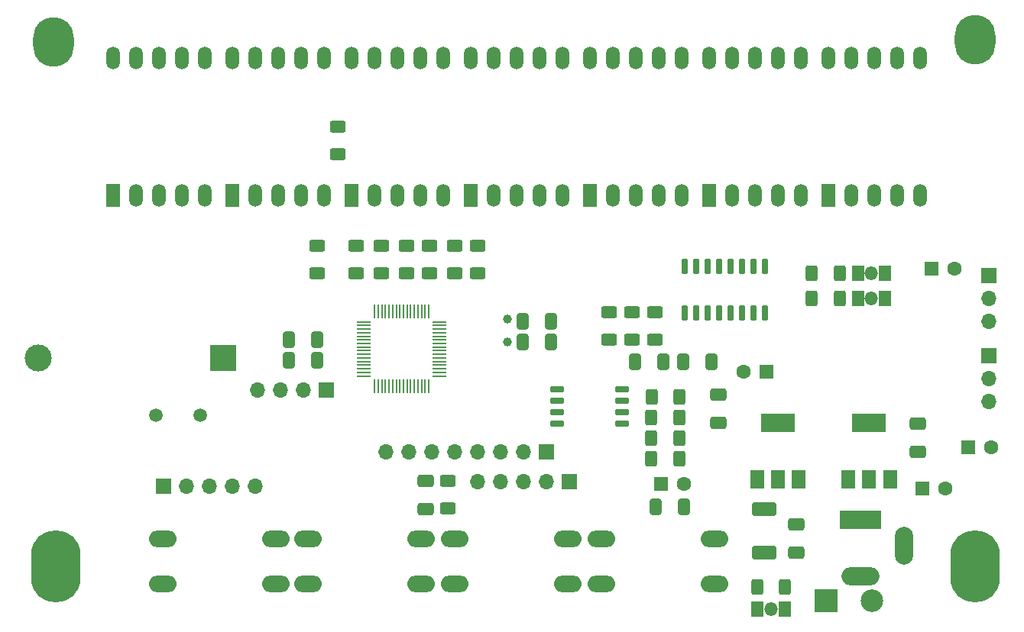
<source format=gbr>
%TF.GenerationSoftware,KiCad,Pcbnew,7.0.2*%
%TF.CreationDate,2024-03-07T11:00:20+05:30*%
%TF.ProjectId,HI-2401,48492d32-3430-4312-9e6b-696361645f70,rev?*%
%TF.SameCoordinates,Original*%
%TF.FileFunction,Soldermask,Bot*%
%TF.FilePolarity,Negative*%
%FSLAX46Y46*%
G04 Gerber Fmt 4.6, Leading zero omitted, Abs format (unit mm)*
G04 Created by KiCad (PCBNEW 7.0.2) date 2024-03-07 11:00:20*
%MOMM*%
%LPD*%
G01*
G04 APERTURE LIST*
G04 Aperture macros list*
%AMRoundRect*
0 Rectangle with rounded corners*
0 $1 Rounding radius*
0 $2 $3 $4 $5 $6 $7 $8 $9 X,Y pos of 4 corners*
0 Add a 4 corners polygon primitive as box body*
4,1,4,$2,$3,$4,$5,$6,$7,$8,$9,$2,$3,0*
0 Add four circle primitives for the rounded corners*
1,1,$1+$1,$2,$3*
1,1,$1+$1,$4,$5*
1,1,$1+$1,$6,$7*
1,1,$1+$1,$8,$9*
0 Add four rect primitives between the rounded corners*
20,1,$1+$1,$2,$3,$4,$5,0*
20,1,$1+$1,$4,$5,$6,$7,0*
20,1,$1+$1,$6,$7,$8,$9,0*
20,1,$1+$1,$8,$9,$2,$3,0*%
G04 Aperture macros list end*
%ADD10R,1.600000X1.600000*%
%ADD11C,1.600000*%
%ADD12R,1.700000X1.700000*%
%ADD13O,1.700000X1.700000*%
%ADD14O,3.048000X1.850000*%
%ADD15R,1.524000X2.524000*%
%ADD16O,1.524000X2.524000*%
%ADD17C,1.000000*%
%ADD18O,4.500000X5.500000*%
%ADD19O,1.500000X1.500000*%
%ADD20O,5.500000X8.000000*%
%ADD21R,2.500000X2.500000*%
%ADD22C,2.500000*%
%ADD23R,4.600000X2.000000*%
%ADD24O,4.200000X2.000000*%
%ADD25O,2.000000X4.200000*%
%ADD26C,1.500000*%
%ADD27RoundRect,0.250000X0.400000X0.625000X-0.400000X0.625000X-0.400000X-0.625000X0.400000X-0.625000X0*%
%ADD28RoundRect,0.062500X-0.062500X0.687500X-0.062500X-0.687500X0.062500X-0.687500X0.062500X0.687500X0*%
%ADD29RoundRect,0.062500X-0.687500X0.062500X-0.687500X-0.062500X0.687500X-0.062500X0.687500X0.062500X0*%
%ADD30RoundRect,0.250000X0.625000X-0.400000X0.625000X0.400000X-0.625000X0.400000X-0.625000X-0.400000X0*%
%ADD31RoundRect,0.250001X-0.462499X-0.624999X0.462499X-0.624999X0.462499X0.624999X-0.462499X0.624999X0*%
%ADD32RoundRect,0.250000X0.412500X0.650000X-0.412500X0.650000X-0.412500X-0.650000X0.412500X-0.650000X0*%
%ADD33RoundRect,0.250000X-1.100000X0.500000X-1.100000X-0.500000X1.100000X-0.500000X1.100000X0.500000X0*%
%ADD34RoundRect,0.250000X0.650000X-0.412500X0.650000X0.412500X-0.650000X0.412500X-0.650000X-0.412500X0*%
%ADD35RoundRect,0.150000X0.150000X-0.725000X0.150000X0.725000X-0.150000X0.725000X-0.150000X-0.725000X0*%
%ADD36R,1.500000X2.000000*%
%ADD37R,3.800000X2.000000*%
%ADD38RoundRect,0.250000X-0.412500X-0.650000X0.412500X-0.650000X0.412500X0.650000X-0.412500X0.650000X0*%
%ADD39R,3.000000X3.000000*%
%ADD40C,3.000000*%
%ADD41RoundRect,0.150000X0.650000X0.150000X-0.650000X0.150000X-0.650000X-0.150000X0.650000X-0.150000X0*%
%ADD42RoundRect,0.250001X0.462499X0.624999X-0.462499X0.624999X-0.462499X-0.624999X0.462499X-0.624999X0*%
%ADD43RoundRect,0.250000X-0.650000X0.412500X-0.650000X-0.412500X0.650000X-0.412500X0.650000X0.412500X0*%
G04 APERTURE END LIST*
D10*
%TO.C,C15*%
X126556888Y-68072000D03*
D11*
X129056888Y-68072000D03*
%TD*%
D12*
%TO.C,J2*%
X55372000Y-61722000D03*
D13*
X52832000Y-61722000D03*
X50292000Y-61722000D03*
X47752000Y-61722000D03*
%TD*%
D14*
%TO.C,SW1*%
X49791500Y-83180000D03*
X37291500Y-83180000D03*
X49791500Y-78180000D03*
X37291500Y-78180000D03*
%TD*%
D12*
%TO.C,J4*%
X79756000Y-68580000D03*
D13*
X77216000Y-68580000D03*
X74676000Y-68580000D03*
X72136000Y-68580000D03*
X69596000Y-68580000D03*
X67056000Y-68580000D03*
X64516000Y-68580000D03*
X61976000Y-68580000D03*
%TD*%
D15*
%TO.C,AFF1*%
X110998000Y-40132000D03*
D16*
X113538000Y-40132000D03*
X116078000Y-40132000D03*
X118618000Y-40132000D03*
X121158000Y-40132000D03*
X121158000Y-24892000D03*
X118618000Y-24892000D03*
X116078000Y-24892000D03*
X113538000Y-24892000D03*
X110998000Y-24892000D03*
%TD*%
D14*
%TO.C,SW4*%
X98415500Y-83180000D03*
X85915500Y-83180000D03*
X98415500Y-78180000D03*
X85915500Y-78180000D03*
%TD*%
D10*
%TO.C,C9*%
X122468000Y-48260000D03*
D11*
X124968000Y-48260000D03*
%TD*%
D17*
%TO.C,Y2*%
X75438000Y-56418000D03*
X75438000Y-53878000D03*
%TD*%
D15*
%TO.C,AFF6*%
X44958000Y-40132000D03*
D16*
X47498000Y-40132000D03*
X50038000Y-40132000D03*
X52578000Y-40132000D03*
X55118000Y-40132000D03*
X55118000Y-24892000D03*
X52578000Y-24892000D03*
X50038000Y-24892000D03*
X47498000Y-24892000D03*
X44958000Y-24892000D03*
%TD*%
D12*
%TO.C,J1*%
X37338000Y-72390000D03*
D13*
X39878000Y-72390000D03*
X42418000Y-72390000D03*
X44958000Y-72390000D03*
X47498000Y-72390000D03*
%TD*%
D10*
%TO.C,C19*%
X104140000Y-59690000D03*
D11*
X101640000Y-59690000D03*
%TD*%
D15*
%TO.C,AFF7*%
X31750000Y-40132000D03*
D16*
X34290000Y-40132000D03*
X36830000Y-40132000D03*
X39370000Y-40132000D03*
X41910000Y-40132000D03*
X41910000Y-24892000D03*
X39370000Y-24892000D03*
X36830000Y-24892000D03*
X34290000Y-24892000D03*
X31750000Y-24892000D03*
%TD*%
D15*
%TO.C,AFF3*%
X84582000Y-40132000D03*
D16*
X87122000Y-40132000D03*
X89662000Y-40132000D03*
X92202000Y-40132000D03*
X94742000Y-40132000D03*
X94742000Y-24892000D03*
X92202000Y-24892000D03*
X89662000Y-24892000D03*
X87122000Y-24892000D03*
X84582000Y-24892000D03*
%TD*%
D10*
%TO.C,C23*%
X121452000Y-72644000D03*
D11*
X123952000Y-72644000D03*
%TD*%
D18*
%TO.C,*%
X25146000Y-23114000D03*
%TD*%
%TO.C,*%
X127254000Y-22860000D03*
%TD*%
D19*
%TO.C,*%
X115787500Y-51562000D03*
%TD*%
%TO.C,*%
X104684500Y-86006000D03*
%TD*%
D20*
%TO.C,*%
X127254000Y-81280000D03*
%TD*%
D12*
%TO.C,J3*%
X82296000Y-71882000D03*
D13*
X79756000Y-71882000D03*
X77216000Y-71882000D03*
X74676000Y-71882000D03*
X72136000Y-71882000D03*
%TD*%
D19*
%TO.C,*%
X115787500Y-48768000D03*
%TD*%
D21*
%TO.C,J6*%
X110744000Y-85090000D03*
D22*
X115824000Y-85090000D03*
%TD*%
D12*
%TO.C,J5*%
X128778000Y-57912000D03*
D13*
X128778000Y-60452000D03*
X128778000Y-62992000D03*
%TD*%
D15*
%TO.C,AFF4*%
X71374000Y-40132000D03*
D16*
X73914000Y-40132000D03*
X76454000Y-40132000D03*
X78994000Y-40132000D03*
X81534000Y-40132000D03*
X81534000Y-24892000D03*
X78994000Y-24892000D03*
X76454000Y-24892000D03*
X73914000Y-24892000D03*
X71374000Y-24892000D03*
%TD*%
D14*
%TO.C,SW3*%
X82159500Y-83180000D03*
X69659500Y-83180000D03*
X82159500Y-78180000D03*
X69659500Y-78180000D03*
%TD*%
%TO.C,SW2*%
X65903500Y-83180000D03*
X53403500Y-83180000D03*
X65903500Y-78180000D03*
X53403500Y-78180000D03*
%TD*%
D23*
%TO.C,J8*%
X114580000Y-76094000D03*
D24*
X114580000Y-82394000D03*
D25*
X119380000Y-78994000D03*
%TD*%
D26*
%TO.C,Y1*%
X36522000Y-64516000D03*
X41402000Y-64516000D03*
%TD*%
D12*
%TO.C,J7*%
X128778000Y-49037000D03*
D13*
X128778000Y-51577000D03*
X128778000Y-54117000D03*
%TD*%
D15*
%TO.C,AFF5*%
X58166000Y-40132000D03*
D16*
X60706000Y-40132000D03*
X63246000Y-40132000D03*
X65786000Y-40132000D03*
X68326000Y-40132000D03*
X68326000Y-24892000D03*
X65786000Y-24892000D03*
X63246000Y-24892000D03*
X60706000Y-24892000D03*
X58166000Y-24892000D03*
%TD*%
D15*
%TO.C,AFF2*%
X97790000Y-40132000D03*
D16*
X100330000Y-40132000D03*
X102870000Y-40132000D03*
X105410000Y-40132000D03*
X107950000Y-40132000D03*
X107950000Y-24892000D03*
X105410000Y-24892000D03*
X102870000Y-24892000D03*
X100330000Y-24892000D03*
X97790000Y-24892000D03*
%TD*%
D10*
%TO.C,C5*%
X92496000Y-72136000D03*
D11*
X94996000Y-72136000D03*
%TD*%
D20*
%TO.C,*%
X25400000Y-81280000D03*
%TD*%
D27*
%TO.C,R14*%
X106234500Y-83566000D03*
X103134500Y-83566000D03*
%TD*%
%TO.C,R8*%
X94514000Y-64770000D03*
X91414000Y-64770000D03*
%TD*%
%TO.C,R16*%
X112268000Y-51562000D03*
X109168000Y-51562000D03*
%TD*%
D28*
%TO.C,U2*%
X60754000Y-52975000D03*
X61154000Y-52975000D03*
X61554000Y-52975000D03*
X61954000Y-52975000D03*
X62354000Y-52975000D03*
X62754000Y-52975000D03*
X63154000Y-52975000D03*
X63554000Y-52975000D03*
X63954000Y-52975000D03*
X64354000Y-52975000D03*
X64754000Y-52975000D03*
X65154000Y-52975000D03*
X65554000Y-52975000D03*
X65954000Y-52975000D03*
X66354000Y-52975000D03*
X66754000Y-52975000D03*
D29*
X67929000Y-54150000D03*
X67929000Y-54550000D03*
X67929000Y-54950000D03*
X67929000Y-55350000D03*
X67929000Y-55750000D03*
X67929000Y-56150000D03*
X67929000Y-56550000D03*
X67929000Y-56950000D03*
X67929000Y-57350000D03*
X67929000Y-57750000D03*
X67929000Y-58150000D03*
X67929000Y-58550000D03*
X67929000Y-58950000D03*
X67929000Y-59350000D03*
X67929000Y-59750000D03*
X67929000Y-60150000D03*
D28*
X66754000Y-61325000D03*
X66354000Y-61325000D03*
X65954000Y-61325000D03*
X65554000Y-61325000D03*
X65154000Y-61325000D03*
X64754000Y-61325000D03*
X64354000Y-61325000D03*
X63954000Y-61325000D03*
X63554000Y-61325000D03*
X63154000Y-61325000D03*
X62754000Y-61325000D03*
X62354000Y-61325000D03*
X61954000Y-61325000D03*
X61554000Y-61325000D03*
X61154000Y-61325000D03*
X60754000Y-61325000D03*
D29*
X59579000Y-60150000D03*
X59579000Y-59750000D03*
X59579000Y-59350000D03*
X59579000Y-58950000D03*
X59579000Y-58550000D03*
X59579000Y-58150000D03*
X59579000Y-57750000D03*
X59579000Y-57350000D03*
X59579000Y-56950000D03*
X59579000Y-56550000D03*
X59579000Y-56150000D03*
X59579000Y-55750000D03*
X59579000Y-55350000D03*
X59579000Y-54950000D03*
X59579000Y-54550000D03*
X59579000Y-54150000D03*
%TD*%
D30*
%TO.C,R17*%
X91821000Y-56134000D03*
X91821000Y-53034000D03*
%TD*%
%TO.C,R13*%
X68834000Y-74867500D03*
X68834000Y-71767500D03*
%TD*%
D31*
%TO.C,D3*%
X114336500Y-51562000D03*
X117311500Y-51562000D03*
%TD*%
D32*
%TO.C,C7*%
X92710000Y-58547000D03*
X89585000Y-58547000D03*
%TD*%
D33*
%TO.C,D4*%
X103886000Y-74956000D03*
X103886000Y-79756000D03*
%TD*%
D34*
%TO.C,C18*%
X98806000Y-65316500D03*
X98806000Y-62191500D03*
%TD*%
D32*
%TO.C,C12*%
X80302500Y-54132000D03*
X77177500Y-54132000D03*
%TD*%
D35*
%TO.C,U7*%
X104013000Y-53156000D03*
X102743000Y-53156000D03*
X101473000Y-53156000D03*
X100203000Y-53156000D03*
X98933000Y-53156000D03*
X97663000Y-53156000D03*
X96393000Y-53156000D03*
X95123000Y-53156000D03*
X95123000Y-48006000D03*
X96393000Y-48006000D03*
X97663000Y-48006000D03*
X98933000Y-48006000D03*
X100203000Y-48006000D03*
X101473000Y-48006000D03*
X102743000Y-48006000D03*
X104013000Y-48006000D03*
%TD*%
D27*
%TO.C,R15*%
X112294000Y-48768000D03*
X109194000Y-48768000D03*
%TD*%
D36*
%TO.C,U5*%
X107724000Y-71628000D03*
X105424000Y-71628000D03*
D37*
X105424000Y-65328000D03*
D36*
X103124000Y-71628000D03*
%TD*%
D30*
%TO.C,R12*%
X54356000Y-48768000D03*
X54356000Y-45668000D03*
%TD*%
D38*
%TO.C,C2*%
X51231000Y-56134000D03*
X54356000Y-56134000D03*
%TD*%
D30*
%TO.C,R18*%
X89281000Y-56134000D03*
X89281000Y-53034000D03*
%TD*%
D27*
%TO.C,R11*%
X94540000Y-62484000D03*
X91440000Y-62484000D03*
%TD*%
D39*
%TO.C,BT1*%
X43942000Y-58166000D03*
D40*
X23452000Y-58166000D03*
%TD*%
D30*
%TO.C,R6*%
X69596000Y-48768000D03*
X69596000Y-45668000D03*
%TD*%
D38*
%TO.C,C11*%
X77177500Y-56418000D03*
X80302500Y-56418000D03*
%TD*%
D41*
%TO.C,U3*%
X88182000Y-61595000D03*
X88182000Y-62865000D03*
X88182000Y-64135000D03*
X88182000Y-65405000D03*
X80982000Y-65405000D03*
X80982000Y-64135000D03*
X80982000Y-62865000D03*
X80982000Y-61595000D03*
%TD*%
D36*
%TO.C,U4*%
X117856000Y-71628000D03*
X115556000Y-71628000D03*
D37*
X115556000Y-65328000D03*
D36*
X113256000Y-71628000D03*
%TD*%
D38*
%TO.C,C21*%
X94957500Y-58547000D03*
X98082500Y-58547000D03*
%TD*%
D30*
%TO.C,R3*%
X61468000Y-48768000D03*
X61468000Y-45668000D03*
%TD*%
%TO.C,R4*%
X64262000Y-48794000D03*
X64262000Y-45694000D03*
%TD*%
D32*
%TO.C,C1*%
X54394500Y-58420000D03*
X51269500Y-58420000D03*
%TD*%
D31*
%TO.C,D2*%
X114336500Y-48768000D03*
X117311500Y-48768000D03*
%TD*%
D32*
%TO.C,C6*%
X95034500Y-74676000D03*
X91909500Y-74676000D03*
%TD*%
D30*
%TO.C,R7*%
X72136000Y-48768000D03*
X72136000Y-45668000D03*
%TD*%
D42*
%TO.C,D1*%
X106172000Y-86006000D03*
X103197000Y-86006000D03*
%TD*%
D27*
%TO.C,R10*%
X94514000Y-67056000D03*
X91414000Y-67056000D03*
%TD*%
D30*
%TO.C,R1*%
X56642000Y-35560000D03*
X56642000Y-32460000D03*
%TD*%
D43*
%TO.C,C16*%
X120904000Y-65455000D03*
X120904000Y-68580000D03*
%TD*%
D27*
%TO.C,R9*%
X94514000Y-69342000D03*
X91414000Y-69342000D03*
%TD*%
D30*
%TO.C,R2*%
X58674000Y-48768000D03*
X58674000Y-45668000D03*
%TD*%
D43*
%TO.C,C22*%
X107442000Y-76631000D03*
X107442000Y-79756000D03*
%TD*%
%TO.C,C8*%
X66421000Y-71755000D03*
X66421000Y-74880000D03*
%TD*%
D30*
%TO.C,R5*%
X66802000Y-48768000D03*
X66802000Y-45668000D03*
%TD*%
%TO.C,R19*%
X86741000Y-56134000D03*
X86741000Y-53034000D03*
%TD*%
M02*

</source>
